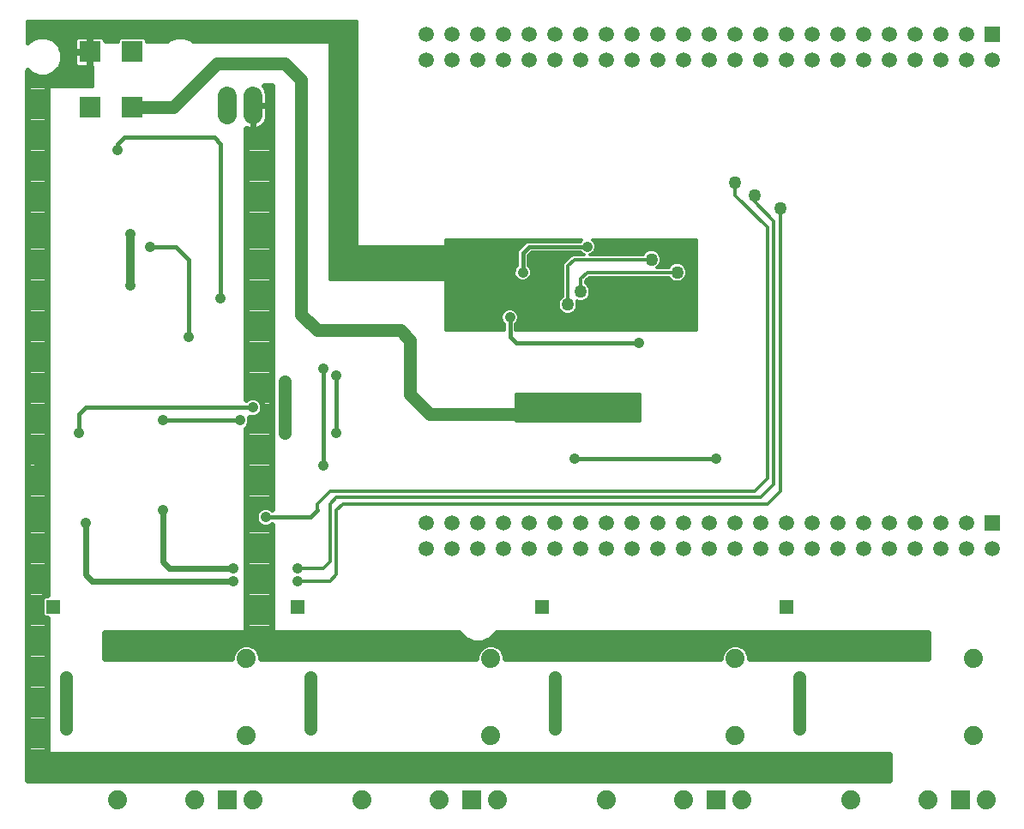
<source format=gbl>
G75*
%MOIN*%
%OFA0B0*%
%FSLAX25Y25*%
%IPPOS*%
%LPD*%
%AMOC8*
5,1,8,0,0,1.08239X$1,22.5*
%
%ADD10C,0.07400*%
%ADD11R,0.07400X0.07400*%
%ADD12C,0.07400*%
%ADD13R,0.05937X0.05937*%
%ADD14C,0.05937*%
%ADD15R,0.08268X0.08268*%
%ADD16C,0.04100*%
%ADD17C,0.02400*%
%ADD18C,0.01200*%
%ADD19C,0.05000*%
%ADD20C,0.01600*%
%ADD21C,0.05000*%
%ADD22C,0.03200*%
%ADD23R,0.05250X0.05250*%
D10*
X0081000Y0277550D02*
X0081000Y0284950D01*
X0091000Y0284950D02*
X0091000Y0277550D01*
D11*
X0081000Y0011250D03*
X0176000Y0011250D03*
X0271000Y0011250D03*
X0366000Y0011250D03*
D12*
X0353500Y0011250D03*
X0376000Y0011250D03*
X0371000Y0036250D03*
X0371000Y0066250D03*
X0323500Y0011250D03*
X0281000Y0011250D03*
X0258500Y0011250D03*
X0228500Y0011250D03*
X0186000Y0011250D03*
X0163500Y0011250D03*
X0133500Y0011250D03*
X0091000Y0011250D03*
X0068500Y0011250D03*
X0038500Y0011250D03*
X0088500Y0036250D03*
X0088500Y0066250D03*
X0183500Y0066250D03*
X0183500Y0036250D03*
X0278500Y0036250D03*
X0278500Y0066250D03*
D13*
X0378500Y0118750D03*
X0378500Y0308750D03*
D14*
X0368500Y0308750D03*
X0358500Y0308750D03*
X0348500Y0308750D03*
X0348500Y0298750D03*
X0358500Y0298750D03*
X0368500Y0298750D03*
X0378500Y0298750D03*
X0338500Y0298750D03*
X0328500Y0298750D03*
X0318500Y0298750D03*
X0308500Y0298750D03*
X0298500Y0298750D03*
X0298500Y0308750D03*
X0308500Y0308750D03*
X0318500Y0308750D03*
X0328500Y0308750D03*
X0338500Y0308750D03*
X0288500Y0308750D03*
X0278500Y0308750D03*
X0268500Y0308750D03*
X0258500Y0308750D03*
X0248500Y0308750D03*
X0238500Y0308750D03*
X0238500Y0298750D03*
X0248500Y0298750D03*
X0258500Y0298750D03*
X0268500Y0298750D03*
X0278500Y0298750D03*
X0288500Y0298750D03*
X0228500Y0298750D03*
X0218500Y0298750D03*
X0208500Y0298750D03*
X0198500Y0298750D03*
X0188500Y0298750D03*
X0188500Y0308750D03*
X0198500Y0308750D03*
X0208500Y0308750D03*
X0218500Y0308750D03*
X0228500Y0308750D03*
X0178500Y0308750D03*
X0168500Y0308750D03*
X0158500Y0308750D03*
X0158500Y0298750D03*
X0168500Y0298750D03*
X0178500Y0298750D03*
X0178500Y0118750D03*
X0168500Y0118750D03*
X0158500Y0118750D03*
X0158500Y0108750D03*
X0168500Y0108750D03*
X0178500Y0108750D03*
X0188500Y0108750D03*
X0198500Y0108750D03*
X0208500Y0108750D03*
X0218500Y0108750D03*
X0228500Y0108750D03*
X0228500Y0118750D03*
X0218500Y0118750D03*
X0208500Y0118750D03*
X0198500Y0118750D03*
X0188500Y0118750D03*
X0238500Y0118750D03*
X0248500Y0118750D03*
X0258500Y0118750D03*
X0268500Y0118750D03*
X0278500Y0118750D03*
X0288500Y0118750D03*
X0288500Y0108750D03*
X0278500Y0108750D03*
X0268500Y0108750D03*
X0258500Y0108750D03*
X0248500Y0108750D03*
X0238500Y0108750D03*
X0298500Y0108750D03*
X0308500Y0108750D03*
X0318500Y0108750D03*
X0328500Y0108750D03*
X0338500Y0108750D03*
X0338500Y0118750D03*
X0328500Y0118750D03*
X0318500Y0118750D03*
X0308500Y0118750D03*
X0298500Y0118750D03*
X0348500Y0118750D03*
X0358500Y0118750D03*
X0368500Y0118750D03*
X0368500Y0108750D03*
X0358500Y0108750D03*
X0348500Y0108750D03*
X0378500Y0108750D03*
D15*
X0044268Y0280423D03*
X0027732Y0280423D03*
X0027732Y0302077D03*
X0044268Y0302077D03*
D16*
X0038500Y0263750D03*
X0043500Y0231250D03*
X0051000Y0226250D03*
X0043500Y0211250D03*
X0066000Y0191250D03*
X0078500Y0206250D03*
X0118500Y0178750D03*
X0123500Y0176250D03*
X0103500Y0173750D03*
X0091000Y0163750D03*
X0086000Y0158750D03*
X0093500Y0151250D03*
X0103500Y0153750D03*
X0118500Y0141250D03*
X0123500Y0153750D03*
X0096000Y0121250D03*
X0083500Y0101250D03*
X0083500Y0096250D03*
X0108500Y0096250D03*
X0108500Y0101250D03*
X0133500Y0071250D03*
X0113500Y0058750D03*
X0113500Y0038750D03*
X0141000Y0023750D03*
X0208500Y0038750D03*
X0208500Y0058750D03*
X0228500Y0071250D03*
X0236000Y0023750D03*
X0303500Y0038750D03*
X0303500Y0058750D03*
X0323500Y0071250D03*
X0331000Y0023750D03*
X0271000Y0143750D03*
X0216000Y0143750D03*
X0241000Y0188750D03*
X0233500Y0196250D03*
X0223500Y0198750D03*
X0206000Y0198750D03*
X0191000Y0198750D03*
X0183500Y0198750D03*
X0168500Y0198750D03*
X0196000Y0216250D03*
X0221000Y0226250D03*
X0256000Y0198750D03*
X0056000Y0158750D03*
X0023500Y0153750D03*
X0056000Y0123750D03*
X0026000Y0118750D03*
X0038500Y0071250D03*
X0018500Y0058750D03*
X0018500Y0038750D03*
X0046000Y0023750D03*
D17*
X0003500Y0018750D02*
X0338500Y0018750D01*
X0338500Y0028750D01*
X0011000Y0028750D01*
X0011000Y0081716D01*
X0010084Y0081716D01*
X0008966Y0082834D01*
X0008966Y0089666D01*
X0010084Y0090784D01*
X0011000Y0090784D01*
X0011000Y0292243D01*
X0010837Y0292176D01*
X0007619Y0292176D01*
X0004646Y0293408D01*
X0003500Y0294553D01*
X0003500Y0018750D01*
X0003500Y0020438D02*
X0338500Y0020438D01*
X0338500Y0022837D02*
X0003500Y0022837D01*
X0003500Y0025235D02*
X0338500Y0025235D01*
X0338500Y0027634D02*
X0003500Y0027634D01*
X0003500Y0030032D02*
X0011000Y0030032D01*
X0011000Y0032431D02*
X0003500Y0032431D01*
X0003500Y0034829D02*
X0011000Y0034829D01*
X0011000Y0037228D02*
X0003500Y0037228D01*
X0003500Y0039626D02*
X0011000Y0039626D01*
X0011000Y0042025D02*
X0003500Y0042025D01*
X0003500Y0044423D02*
X0011000Y0044423D01*
X0011000Y0046822D02*
X0003500Y0046822D01*
X0003500Y0049220D02*
X0011000Y0049220D01*
X0011000Y0051619D02*
X0003500Y0051619D01*
X0003500Y0054017D02*
X0011000Y0054017D01*
X0011000Y0056416D02*
X0003500Y0056416D01*
X0003500Y0058814D02*
X0011000Y0058814D01*
X0011000Y0061213D02*
X0003500Y0061213D01*
X0003500Y0063611D02*
X0011000Y0063611D01*
X0011000Y0066010D02*
X0003500Y0066010D01*
X0003500Y0068408D02*
X0011000Y0068408D01*
X0011000Y0070807D02*
X0003500Y0070807D01*
X0003500Y0073205D02*
X0011000Y0073205D01*
X0011000Y0075604D02*
X0003500Y0075604D01*
X0003500Y0078002D02*
X0011000Y0078002D01*
X0011000Y0080401D02*
X0003500Y0080401D01*
X0003500Y0082799D02*
X0009001Y0082799D01*
X0008966Y0085198D02*
X0003500Y0085198D01*
X0003500Y0087596D02*
X0008966Y0087596D01*
X0009296Y0089995D02*
X0003500Y0089995D01*
X0003500Y0092393D02*
X0011000Y0092393D01*
X0011000Y0094792D02*
X0003500Y0094792D01*
X0003500Y0097190D02*
X0011000Y0097190D01*
X0011000Y0099589D02*
X0003500Y0099589D01*
X0003500Y0101987D02*
X0011000Y0101987D01*
X0011000Y0104386D02*
X0003500Y0104386D01*
X0003500Y0106784D02*
X0011000Y0106784D01*
X0011000Y0109183D02*
X0003500Y0109183D01*
X0003500Y0111582D02*
X0011000Y0111582D01*
X0011000Y0113980D02*
X0003500Y0113980D01*
X0003500Y0116379D02*
X0011000Y0116379D01*
X0011000Y0118777D02*
X0003500Y0118777D01*
X0003500Y0121176D02*
X0011000Y0121176D01*
X0011000Y0123574D02*
X0003500Y0123574D01*
X0003500Y0125973D02*
X0011000Y0125973D01*
X0011000Y0128371D02*
X0003500Y0128371D01*
X0003500Y0130770D02*
X0011000Y0130770D01*
X0011000Y0133168D02*
X0003500Y0133168D01*
X0003500Y0135567D02*
X0011000Y0135567D01*
X0011000Y0137965D02*
X0003500Y0137965D01*
X0003500Y0140364D02*
X0011000Y0140364D01*
X0011000Y0142762D02*
X0003500Y0142762D01*
X0003500Y0145161D02*
X0011000Y0145161D01*
X0011000Y0147559D02*
X0003500Y0147559D01*
X0003500Y0149958D02*
X0011000Y0149958D01*
X0011000Y0152356D02*
X0003500Y0152356D01*
X0003500Y0154755D02*
X0011000Y0154755D01*
X0011000Y0157153D02*
X0003500Y0157153D01*
X0003500Y0159552D02*
X0011000Y0159552D01*
X0011000Y0161950D02*
X0003500Y0161950D01*
X0003500Y0164349D02*
X0011000Y0164349D01*
X0011000Y0166747D02*
X0003500Y0166747D01*
X0003500Y0169146D02*
X0011000Y0169146D01*
X0011000Y0171544D02*
X0003500Y0171544D01*
X0003500Y0173943D02*
X0011000Y0173943D01*
X0011000Y0176341D02*
X0003500Y0176341D01*
X0003500Y0178740D02*
X0011000Y0178740D01*
X0011000Y0181138D02*
X0003500Y0181138D01*
X0003500Y0183537D02*
X0011000Y0183537D01*
X0011000Y0185935D02*
X0003500Y0185935D01*
X0003500Y0188334D02*
X0011000Y0188334D01*
X0011000Y0190732D02*
X0003500Y0190732D01*
X0003500Y0193131D02*
X0011000Y0193131D01*
X0011000Y0195529D02*
X0003500Y0195529D01*
X0003500Y0197928D02*
X0011000Y0197928D01*
X0011000Y0200326D02*
X0003500Y0200326D01*
X0003500Y0202725D02*
X0011000Y0202725D01*
X0011000Y0205123D02*
X0003500Y0205123D01*
X0003500Y0207522D02*
X0011000Y0207522D01*
X0011000Y0209920D02*
X0003500Y0209920D01*
X0003500Y0212319D02*
X0011000Y0212319D01*
X0011000Y0214718D02*
X0003500Y0214718D01*
X0003500Y0217116D02*
X0011000Y0217116D01*
X0011000Y0219515D02*
X0003500Y0219515D01*
X0003500Y0221913D02*
X0011000Y0221913D01*
X0011000Y0224312D02*
X0003500Y0224312D01*
X0003500Y0226710D02*
X0011000Y0226710D01*
X0011000Y0229109D02*
X0003500Y0229109D01*
X0003500Y0231507D02*
X0011000Y0231507D01*
X0011000Y0233906D02*
X0003500Y0233906D01*
X0003500Y0236304D02*
X0011000Y0236304D01*
X0011000Y0238703D02*
X0003500Y0238703D01*
X0003500Y0241101D02*
X0011000Y0241101D01*
X0011000Y0243500D02*
X0003500Y0243500D01*
X0003500Y0245898D02*
X0011000Y0245898D01*
X0011000Y0248297D02*
X0003500Y0248297D01*
X0003500Y0250695D02*
X0011000Y0250695D01*
X0011000Y0253094D02*
X0003500Y0253094D01*
X0003500Y0255492D02*
X0011000Y0255492D01*
X0011000Y0257891D02*
X0003500Y0257891D01*
X0003500Y0260289D02*
X0011000Y0260289D01*
X0011000Y0262688D02*
X0003500Y0262688D01*
X0003500Y0265086D02*
X0011000Y0265086D01*
X0011000Y0267485D02*
X0003500Y0267485D01*
X0003500Y0269883D02*
X0011000Y0269883D01*
X0011000Y0272282D02*
X0003500Y0272282D01*
X0003500Y0274680D02*
X0011000Y0274680D01*
X0011000Y0277079D02*
X0003500Y0277079D01*
X0003500Y0279477D02*
X0011000Y0279477D01*
X0011000Y0281876D02*
X0003500Y0281876D01*
X0003500Y0284274D02*
X0011000Y0284274D01*
X0011000Y0286673D02*
X0003500Y0286673D01*
X0003500Y0289071D02*
X0011000Y0289071D01*
X0011000Y0291470D02*
X0003500Y0291470D01*
X0003500Y0293868D02*
X0004185Y0293868D01*
X0088500Y0272202D02*
X0088735Y0272082D01*
X0089618Y0271795D01*
X0090536Y0271650D01*
X0091000Y0271650D01*
X0091464Y0271650D01*
X0092382Y0271795D01*
X0093265Y0272082D01*
X0094092Y0272504D01*
X0094844Y0273050D01*
X0095500Y0273706D01*
X0096046Y0274458D01*
X0096468Y0275285D01*
X0096755Y0276168D01*
X0096900Y0277086D01*
X0096900Y0281250D01*
X0096900Y0285414D01*
X0096755Y0286332D01*
X0096468Y0287215D01*
X0096046Y0288042D01*
X0095532Y0288750D01*
X0098500Y0288750D01*
X0098500Y0124348D01*
X0098242Y0124606D01*
X0096787Y0125209D01*
X0095213Y0125209D01*
X0093758Y0124606D01*
X0092644Y0123492D01*
X0092041Y0122037D01*
X0092041Y0120463D01*
X0092644Y0119008D01*
X0093758Y0117894D01*
X0095213Y0117291D01*
X0096787Y0117291D01*
X0098242Y0117894D01*
X0098500Y0118152D01*
X0098500Y0076250D01*
X0171110Y0076250D01*
X0171577Y0075441D01*
X0171577Y0075441D01*
X0171577Y0075441D01*
X0171110Y0076250D01*
X0033500Y0076250D01*
X0088500Y0076250D01*
X0088500Y0155652D01*
X0089356Y0156508D01*
X0089959Y0157963D01*
X0089959Y0159537D01*
X0089779Y0159971D01*
X0090213Y0159791D01*
X0091787Y0159791D01*
X0093242Y0160394D01*
X0094356Y0161508D01*
X0094959Y0162963D01*
X0094959Y0164537D01*
X0094356Y0165992D01*
X0093242Y0167106D01*
X0091787Y0167709D01*
X0090213Y0167709D01*
X0088758Y0167106D01*
X0088500Y0166848D01*
X0088500Y0272202D01*
X0088500Y0269883D02*
X0098500Y0269883D01*
X0098500Y0267485D02*
X0088500Y0267485D01*
X0088500Y0265086D02*
X0098500Y0265086D01*
X0098500Y0262688D02*
X0088500Y0262688D01*
X0088500Y0260289D02*
X0098500Y0260289D01*
X0098500Y0257891D02*
X0088500Y0257891D01*
X0088500Y0255492D02*
X0098500Y0255492D01*
X0098500Y0253094D02*
X0088500Y0253094D01*
X0088500Y0250695D02*
X0098500Y0250695D01*
X0098500Y0248297D02*
X0088500Y0248297D01*
X0088500Y0245898D02*
X0098500Y0245898D01*
X0098500Y0243500D02*
X0088500Y0243500D01*
X0088500Y0241101D02*
X0098500Y0241101D01*
X0098500Y0238703D02*
X0088500Y0238703D01*
X0088500Y0236304D02*
X0098500Y0236304D01*
X0098500Y0233906D02*
X0088500Y0233906D01*
X0088500Y0231507D02*
X0098500Y0231507D01*
X0098500Y0229109D02*
X0088500Y0229109D01*
X0088500Y0226710D02*
X0098500Y0226710D01*
X0098500Y0224312D02*
X0088500Y0224312D01*
X0088500Y0221913D02*
X0098500Y0221913D01*
X0098500Y0219515D02*
X0088500Y0219515D01*
X0088500Y0217116D02*
X0098500Y0217116D01*
X0098500Y0214718D02*
X0088500Y0214718D01*
X0088500Y0212319D02*
X0098500Y0212319D01*
X0098500Y0209920D02*
X0088500Y0209920D01*
X0088500Y0207522D02*
X0098500Y0207522D01*
X0098500Y0205123D02*
X0088500Y0205123D01*
X0088500Y0202725D02*
X0098500Y0202725D01*
X0098500Y0200326D02*
X0088500Y0200326D01*
X0088500Y0197928D02*
X0098500Y0197928D01*
X0098500Y0195529D02*
X0088500Y0195529D01*
X0088500Y0193131D02*
X0098500Y0193131D01*
X0098500Y0190732D02*
X0088500Y0190732D01*
X0088500Y0188334D02*
X0098500Y0188334D01*
X0098500Y0185935D02*
X0088500Y0185935D01*
X0088500Y0183537D02*
X0098500Y0183537D01*
X0098500Y0181138D02*
X0088500Y0181138D01*
X0088500Y0178740D02*
X0098500Y0178740D01*
X0098500Y0176341D02*
X0088500Y0176341D01*
X0088500Y0173943D02*
X0098500Y0173943D01*
X0098500Y0171544D02*
X0088500Y0171544D01*
X0088500Y0169146D02*
X0098500Y0169146D01*
X0098500Y0166747D02*
X0093601Y0166747D01*
X0094959Y0164349D02*
X0098500Y0164349D01*
X0098500Y0161950D02*
X0094539Y0161950D01*
X0098500Y0159552D02*
X0089953Y0159552D01*
X0089623Y0157153D02*
X0098500Y0157153D01*
X0098500Y0154755D02*
X0088500Y0154755D01*
X0088500Y0152356D02*
X0098500Y0152356D01*
X0098500Y0149958D02*
X0088500Y0149958D01*
X0088500Y0147559D02*
X0098500Y0147559D01*
X0098500Y0145161D02*
X0088500Y0145161D01*
X0088500Y0142762D02*
X0098500Y0142762D01*
X0098500Y0140364D02*
X0088500Y0140364D01*
X0088500Y0137965D02*
X0098500Y0137965D01*
X0098500Y0135567D02*
X0088500Y0135567D01*
X0088500Y0133168D02*
X0098500Y0133168D01*
X0098500Y0130770D02*
X0088500Y0130770D01*
X0088500Y0128371D02*
X0098500Y0128371D01*
X0098500Y0125973D02*
X0088500Y0125973D01*
X0088500Y0123574D02*
X0092726Y0123574D01*
X0092041Y0121176D02*
X0088500Y0121176D01*
X0088500Y0118777D02*
X0092875Y0118777D01*
X0088500Y0116379D02*
X0098500Y0116379D01*
X0098500Y0113980D02*
X0088500Y0113980D01*
X0088500Y0111582D02*
X0098500Y0111582D01*
X0098500Y0109183D02*
X0088500Y0109183D01*
X0088500Y0106784D02*
X0098500Y0106784D01*
X0098500Y0104386D02*
X0088500Y0104386D01*
X0088500Y0101987D02*
X0098500Y0101987D01*
X0098500Y0099589D02*
X0088500Y0099589D01*
X0088500Y0097190D02*
X0098500Y0097190D01*
X0098500Y0094792D02*
X0088500Y0094792D01*
X0088500Y0092393D02*
X0098500Y0092393D01*
X0098500Y0089995D02*
X0088500Y0089995D01*
X0088500Y0087596D02*
X0098500Y0087596D01*
X0098500Y0085198D02*
X0088500Y0085198D01*
X0088500Y0082799D02*
X0098500Y0082799D01*
X0098500Y0080401D02*
X0088500Y0080401D01*
X0088500Y0078002D02*
X0098500Y0078002D01*
X0091677Y0071005D02*
X0089616Y0071859D01*
X0087384Y0071859D01*
X0085323Y0071005D01*
X0083745Y0069427D01*
X0082891Y0067366D01*
X0082891Y0066250D01*
X0033500Y0066250D01*
X0033500Y0076250D01*
X0033500Y0066250D01*
X0082891Y0066250D01*
X0082891Y0067366D01*
X0083745Y0069427D01*
X0085323Y0071005D01*
X0087384Y0071859D01*
X0089616Y0071859D01*
X0091677Y0071005D01*
X0093255Y0069427D01*
X0094109Y0067366D01*
X0094109Y0066250D01*
X0177891Y0066250D01*
X0177891Y0067366D01*
X0178745Y0069427D01*
X0180323Y0071005D01*
X0182384Y0071859D01*
X0184616Y0071859D01*
X0186677Y0071005D01*
X0188255Y0069427D01*
X0189109Y0067366D01*
X0189109Y0066250D01*
X0272891Y0066250D01*
X0272891Y0067366D01*
X0273745Y0069427D01*
X0275323Y0071005D01*
X0277384Y0071859D01*
X0279616Y0071859D01*
X0281677Y0071005D01*
X0283255Y0069427D01*
X0284109Y0067366D01*
X0284109Y0066250D01*
X0353500Y0066250D01*
X0353500Y0076250D01*
X0185890Y0076250D01*
X0185423Y0075441D01*
X0185423Y0075441D01*
X0185423Y0075441D01*
X0185890Y0076250D01*
X0353500Y0076250D01*
X0353500Y0066250D01*
X0284109Y0066250D01*
X0284109Y0067366D01*
X0283255Y0069427D01*
X0281677Y0071005D01*
X0279616Y0071859D01*
X0277384Y0071859D01*
X0275323Y0071005D01*
X0273745Y0069427D01*
X0272891Y0067366D01*
X0272891Y0066250D01*
X0189109Y0066250D01*
X0189109Y0067366D01*
X0188255Y0069427D01*
X0186677Y0071005D01*
X0184616Y0071859D01*
X0182384Y0071859D01*
X0180323Y0071005D01*
X0178745Y0069427D01*
X0177891Y0067366D01*
X0177891Y0066250D01*
X0094109Y0066250D01*
X0094109Y0067366D01*
X0093255Y0069427D01*
X0091677Y0071005D01*
X0091875Y0070807D02*
X0180125Y0070807D01*
X0091875Y0070807D01*
X0093677Y0068408D02*
X0178323Y0068408D01*
X0093677Y0068408D01*
X0085125Y0070807D02*
X0033500Y0070807D01*
X0085125Y0070807D01*
X0083323Y0068408D02*
X0033500Y0068408D01*
X0083323Y0068408D01*
X0083500Y0096250D02*
X0028500Y0096250D01*
X0026000Y0098750D01*
X0026000Y0118750D01*
X0056000Y0123750D02*
X0056000Y0103750D01*
X0058500Y0101250D01*
X0083500Y0101250D01*
X0033500Y0075604D02*
X0171483Y0075604D01*
X0033500Y0075604D01*
X0033500Y0073205D02*
X0174581Y0073205D01*
X0033500Y0073205D01*
X0171577Y0075441D02*
X0173981Y0073423D01*
X0176931Y0072350D01*
X0180069Y0072350D01*
X0183019Y0073423D01*
X0185423Y0075441D01*
X0185423Y0075441D01*
X0185423Y0075441D01*
X0183019Y0073423D01*
X0183019Y0073423D01*
X0183019Y0073423D01*
X0180069Y0072350D01*
X0176931Y0072350D01*
X0173981Y0073423D01*
X0173981Y0073423D01*
X0173981Y0073423D01*
X0171577Y0075441D01*
X0182419Y0073205D02*
X0353500Y0073205D01*
X0182419Y0073205D01*
X0185517Y0075604D02*
X0353500Y0075604D01*
X0185517Y0075604D01*
X0186875Y0070807D02*
X0275125Y0070807D01*
X0186875Y0070807D01*
X0188677Y0068408D02*
X0273323Y0068408D01*
X0188677Y0068408D01*
X0281875Y0070807D02*
X0353500Y0070807D01*
X0281875Y0070807D01*
X0283677Y0068408D02*
X0353500Y0068408D01*
X0283677Y0068408D01*
X0098500Y0272282D02*
X0093656Y0272282D01*
X0091000Y0272282D02*
X0091000Y0272282D01*
X0091000Y0271650D02*
X0091000Y0281250D01*
X0096900Y0281250D01*
X0091000Y0281250D01*
X0091000Y0281250D01*
X0091000Y0281250D01*
X0091000Y0271650D01*
X0091000Y0274680D02*
X0091000Y0274680D01*
X0091000Y0277079D02*
X0091000Y0277079D01*
X0091000Y0279477D02*
X0091000Y0279477D01*
X0096160Y0274680D02*
X0098500Y0274680D01*
X0098500Y0277079D02*
X0096899Y0277079D01*
X0096900Y0279477D02*
X0098500Y0279477D01*
X0098500Y0281876D02*
X0096900Y0281876D01*
X0096900Y0284274D02*
X0098500Y0284274D01*
X0098500Y0286673D02*
X0096644Y0286673D01*
D18*
X0166000Y0228750D02*
X0218750Y0228750D01*
X0218359Y0228359D01*
X0197627Y0228359D01*
X0195127Y0225859D01*
X0193891Y0224623D01*
X0193891Y0218891D01*
X0193153Y0218153D01*
X0192641Y0216918D01*
X0192641Y0215582D01*
X0193153Y0214347D01*
X0194097Y0213403D01*
X0195332Y0212891D01*
X0196668Y0212891D01*
X0197903Y0213403D01*
X0198847Y0214347D01*
X0199359Y0215582D01*
X0199359Y0216918D01*
X0198847Y0218153D01*
X0198109Y0218891D01*
X0198109Y0222877D01*
X0199373Y0224141D01*
X0218359Y0224141D01*
X0219097Y0223403D01*
X0219687Y0223159D01*
X0215209Y0223159D01*
X0214091Y0222041D01*
X0214091Y0222041D01*
X0211591Y0219541D01*
X0211591Y0207082D01*
X0211343Y0206979D01*
X0210271Y0205907D01*
X0209691Y0204508D01*
X0209691Y0202992D01*
X0210271Y0201593D01*
X0211343Y0200521D01*
X0212742Y0199941D01*
X0214258Y0199941D01*
X0215657Y0200521D01*
X0216729Y0201593D01*
X0217309Y0202992D01*
X0217309Y0204508D01*
X0217002Y0205248D01*
X0217742Y0204941D01*
X0219258Y0204941D01*
X0220657Y0205521D01*
X0221729Y0206593D01*
X0222309Y0207992D01*
X0222309Y0209508D01*
X0221729Y0210907D01*
X0220657Y0211979D01*
X0220409Y0212082D01*
X0220409Y0212959D01*
X0221791Y0214341D01*
X0252668Y0214341D01*
X0252771Y0214093D01*
X0253843Y0213021D01*
X0255242Y0212441D01*
X0256758Y0212441D01*
X0258157Y0213021D01*
X0259229Y0214093D01*
X0259809Y0215492D01*
X0259809Y0217008D01*
X0259229Y0218407D01*
X0258157Y0219479D01*
X0256758Y0220059D01*
X0255242Y0220059D01*
X0253843Y0219479D01*
X0252771Y0218407D01*
X0252668Y0218159D01*
X0248295Y0218159D01*
X0249229Y0219093D01*
X0249809Y0220492D01*
X0249809Y0222008D01*
X0249229Y0223407D01*
X0248157Y0224479D01*
X0246758Y0225059D01*
X0245242Y0225059D01*
X0243843Y0224479D01*
X0242771Y0223407D01*
X0242668Y0223159D01*
X0222313Y0223159D01*
X0222903Y0223403D01*
X0223847Y0224347D01*
X0224359Y0225582D01*
X0224359Y0226918D01*
X0223847Y0228153D01*
X0223250Y0228750D01*
X0263500Y0228750D01*
X0263500Y0193750D01*
X0193109Y0193750D01*
X0193109Y0196109D01*
X0193847Y0196847D01*
X0194359Y0198082D01*
X0194359Y0199418D01*
X0193847Y0200653D01*
X0192903Y0201597D01*
X0191668Y0202109D01*
X0190332Y0202109D01*
X0189097Y0201597D01*
X0188153Y0200653D01*
X0187641Y0199418D01*
X0187641Y0198082D01*
X0188153Y0196847D01*
X0188891Y0196109D01*
X0188891Y0193750D01*
X0166000Y0193750D01*
X0166000Y0228750D01*
X0166000Y0227769D02*
X0197037Y0227769D01*
X0195838Y0226570D02*
X0166000Y0226570D01*
X0166000Y0225372D02*
X0194640Y0225372D01*
X0193891Y0224173D02*
X0166000Y0224173D01*
X0166000Y0222975D02*
X0193891Y0222975D01*
X0193891Y0221776D02*
X0166000Y0221776D01*
X0166000Y0220578D02*
X0193891Y0220578D01*
X0193891Y0219379D02*
X0166000Y0219379D01*
X0166000Y0218181D02*
X0193181Y0218181D01*
X0192668Y0216982D02*
X0166000Y0216982D01*
X0166000Y0215784D02*
X0192641Y0215784D01*
X0193054Y0214585D02*
X0166000Y0214585D01*
X0166000Y0213387D02*
X0194136Y0213387D01*
X0197864Y0213387D02*
X0211591Y0213387D01*
X0211591Y0214585D02*
X0198946Y0214585D01*
X0199359Y0215784D02*
X0211591Y0215784D01*
X0211591Y0216982D02*
X0199332Y0216982D01*
X0198819Y0218181D02*
X0211591Y0218181D01*
X0211591Y0219379D02*
X0198109Y0219379D01*
X0198109Y0220578D02*
X0212628Y0220578D01*
X0213827Y0221776D02*
X0198109Y0221776D01*
X0198207Y0222975D02*
X0215025Y0222975D01*
X0216000Y0221250D02*
X0213500Y0218750D01*
X0213500Y0203750D01*
X0217309Y0203798D02*
X0263500Y0203798D01*
X0263500Y0202600D02*
X0217146Y0202600D01*
X0216538Y0201401D02*
X0263500Y0201401D01*
X0263500Y0200203D02*
X0214889Y0200203D01*
X0212111Y0200203D02*
X0194034Y0200203D01*
X0194359Y0199004D02*
X0263500Y0199004D01*
X0263500Y0197806D02*
X0194244Y0197806D01*
X0193607Y0196607D02*
X0263500Y0196607D01*
X0263500Y0195409D02*
X0193109Y0195409D01*
X0193109Y0194210D02*
X0263500Y0194210D01*
X0263500Y0204997D02*
X0219392Y0204997D01*
X0217608Y0204997D02*
X0217106Y0204997D01*
X0218500Y0208750D02*
X0218500Y0213750D01*
X0221000Y0216250D01*
X0256000Y0216250D01*
X0259433Y0214585D02*
X0263500Y0214585D01*
X0263500Y0213387D02*
X0258523Y0213387D01*
X0259809Y0215784D02*
X0263500Y0215784D01*
X0263500Y0216982D02*
X0259809Y0216982D01*
X0259323Y0218181D02*
X0263500Y0218181D01*
X0263500Y0219379D02*
X0258257Y0219379D01*
X0253743Y0219379D02*
X0249347Y0219379D01*
X0249809Y0220578D02*
X0263500Y0220578D01*
X0263500Y0221776D02*
X0249809Y0221776D01*
X0249408Y0222975D02*
X0263500Y0222975D01*
X0263500Y0224173D02*
X0248463Y0224173D01*
X0246000Y0221250D02*
X0216000Y0221250D01*
X0223673Y0224173D02*
X0243537Y0224173D01*
X0248317Y0218181D02*
X0252677Y0218181D01*
X0253477Y0213387D02*
X0220836Y0213387D01*
X0220409Y0212188D02*
X0263500Y0212188D01*
X0263500Y0210989D02*
X0221647Y0210989D01*
X0222191Y0209791D02*
X0263500Y0209791D01*
X0263500Y0208592D02*
X0222309Y0208592D01*
X0222061Y0207394D02*
X0263500Y0207394D01*
X0263500Y0206195D02*
X0221332Y0206195D01*
X0211591Y0207394D02*
X0166000Y0207394D01*
X0166000Y0208592D02*
X0211591Y0208592D01*
X0211591Y0209791D02*
X0166000Y0209791D01*
X0166000Y0210989D02*
X0211591Y0210989D01*
X0211591Y0212188D02*
X0166000Y0212188D01*
X0166000Y0206195D02*
X0210559Y0206195D01*
X0209894Y0204997D02*
X0166000Y0204997D01*
X0166000Y0203798D02*
X0209691Y0203798D01*
X0209854Y0202600D02*
X0166000Y0202600D01*
X0166000Y0201401D02*
X0188902Y0201401D01*
X0187966Y0200203D02*
X0166000Y0200203D01*
X0166000Y0199004D02*
X0187641Y0199004D01*
X0187756Y0197806D02*
X0166000Y0197806D01*
X0166000Y0196607D02*
X0188393Y0196607D01*
X0188891Y0195409D02*
X0166000Y0195409D01*
X0166000Y0194210D02*
X0188891Y0194210D01*
X0193098Y0201401D02*
X0210462Y0201401D01*
X0224272Y0225372D02*
X0263500Y0225372D01*
X0263500Y0226570D02*
X0224359Y0226570D01*
X0224006Y0227769D02*
X0263500Y0227769D01*
X0286000Y0243750D02*
X0286000Y0246250D01*
X0286000Y0243750D02*
X0293500Y0236250D01*
X0293500Y0133750D01*
X0288500Y0128750D01*
X0123500Y0128750D01*
X0121000Y0126250D01*
X0121000Y0103750D01*
X0118500Y0101250D01*
X0108500Y0101250D01*
X0108500Y0096250D02*
X0121000Y0096250D01*
X0123500Y0098750D01*
X0123500Y0123750D01*
X0126000Y0126250D01*
X0291000Y0126250D01*
X0296000Y0131250D01*
X0296000Y0241250D01*
X0291000Y0233750D02*
X0278500Y0246250D01*
X0278500Y0251250D01*
X0291000Y0233750D02*
X0291000Y0136250D01*
X0286000Y0131250D01*
X0121000Y0131250D01*
X0116000Y0126250D01*
X0116000Y0123750D01*
D19*
X0196000Y0163750D03*
X0238500Y0163750D03*
X0213500Y0203750D03*
X0218500Y0208750D03*
X0246000Y0221250D03*
X0256000Y0216250D03*
X0286000Y0246250D03*
X0278500Y0251250D03*
X0296000Y0241250D03*
X0008500Y0141250D03*
D20*
X0023500Y0153750D02*
X0023500Y0161250D01*
X0026000Y0163750D01*
X0091000Y0163750D01*
X0086000Y0158750D02*
X0056000Y0158750D01*
X0066000Y0191250D02*
X0066000Y0221250D01*
X0061000Y0226250D01*
X0051000Y0226250D01*
X0078500Y0206250D02*
X0078500Y0266250D01*
X0076000Y0268750D01*
X0041000Y0268750D01*
X0038500Y0266250D01*
X0038500Y0263750D01*
X0028500Y0288750D02*
X0003500Y0288750D01*
X0003500Y0295119D01*
X0004872Y0293747D01*
X0007699Y0292576D01*
X0010758Y0292576D01*
X0013584Y0293747D01*
X0015747Y0295910D01*
X0016918Y0298736D01*
X0016918Y0301795D01*
X0015747Y0304622D01*
X0013584Y0306785D01*
X0010758Y0307955D01*
X0007699Y0307955D01*
X0004872Y0306785D01*
X0003500Y0305412D01*
X0003500Y0313750D01*
X0131000Y0313750D01*
X0131000Y0226250D01*
X0173500Y0226250D01*
X0173500Y0213750D01*
X0121000Y0213750D01*
X0121000Y0306250D01*
X0067662Y0306250D01*
X0067128Y0306785D01*
X0064301Y0307955D01*
X0061242Y0307955D01*
X0058416Y0306785D01*
X0057881Y0306250D01*
X0049910Y0306250D01*
X0049910Y0306836D01*
X0049026Y0307719D01*
X0039509Y0307719D01*
X0038625Y0306836D01*
X0038625Y0306250D01*
X0033666Y0306250D01*
X0033666Y0306448D01*
X0033543Y0306905D01*
X0033306Y0307316D01*
X0032971Y0307651D01*
X0032561Y0307888D01*
X0032103Y0308011D01*
X0028310Y0308011D01*
X0028310Y0302655D01*
X0027154Y0302655D01*
X0027154Y0308011D01*
X0023361Y0308011D01*
X0022904Y0307888D01*
X0022493Y0307651D01*
X0022158Y0307316D01*
X0021921Y0306905D01*
X0021798Y0306448D01*
X0021798Y0302655D01*
X0027154Y0302655D01*
X0027154Y0301499D01*
X0021798Y0301499D01*
X0021798Y0297706D01*
X0021921Y0297248D01*
X0022158Y0296838D01*
X0022493Y0296503D01*
X0022904Y0296266D01*
X0023361Y0296143D01*
X0027154Y0296143D01*
X0027154Y0301499D01*
X0028310Y0301499D01*
X0028310Y0296143D01*
X0028500Y0296143D01*
X0028500Y0288750D01*
X0028500Y0288982D02*
X0003500Y0288982D01*
X0003500Y0290581D02*
X0028500Y0290581D01*
X0028500Y0292179D02*
X0003500Y0292179D01*
X0003500Y0293778D02*
X0004842Y0293778D01*
X0013615Y0293778D02*
X0028500Y0293778D01*
X0028500Y0295376D02*
X0015214Y0295376D01*
X0016188Y0296975D02*
X0022079Y0296975D01*
X0021798Y0298573D02*
X0016851Y0298573D01*
X0016918Y0300172D02*
X0021798Y0300172D01*
X0021798Y0303369D02*
X0016266Y0303369D01*
X0016918Y0301770D02*
X0027154Y0301770D01*
X0027154Y0300172D02*
X0028310Y0300172D01*
X0028310Y0298573D02*
X0027154Y0298573D01*
X0027154Y0296975D02*
X0028310Y0296975D01*
X0028310Y0303369D02*
X0027154Y0303369D01*
X0027154Y0304967D02*
X0028310Y0304967D01*
X0028310Y0306566D02*
X0027154Y0306566D01*
X0021830Y0306566D02*
X0013803Y0306566D01*
X0015402Y0304967D02*
X0021798Y0304967D01*
X0033634Y0306566D02*
X0038625Y0306566D01*
X0049910Y0306566D02*
X0058197Y0306566D01*
X0067347Y0306566D02*
X0131000Y0306566D01*
X0131000Y0308164D02*
X0003500Y0308164D01*
X0003500Y0306566D02*
X0004653Y0306566D01*
X0003500Y0309763D02*
X0131000Y0309763D01*
X0131000Y0311361D02*
X0003500Y0311361D01*
X0003500Y0312960D02*
X0131000Y0312960D01*
X0131000Y0304967D02*
X0121000Y0304967D01*
X0121000Y0303369D02*
X0131000Y0303369D01*
X0131000Y0301770D02*
X0121000Y0301770D01*
X0121000Y0300172D02*
X0131000Y0300172D01*
X0131000Y0298573D02*
X0121000Y0298573D01*
X0121000Y0296975D02*
X0131000Y0296975D01*
X0131000Y0295376D02*
X0121000Y0295376D01*
X0121000Y0293778D02*
X0131000Y0293778D01*
X0131000Y0292179D02*
X0121000Y0292179D01*
X0121000Y0290581D02*
X0131000Y0290581D01*
X0131000Y0288982D02*
X0121000Y0288982D01*
X0121000Y0287384D02*
X0131000Y0287384D01*
X0131000Y0285785D02*
X0121000Y0285785D01*
X0121000Y0284187D02*
X0131000Y0284187D01*
X0131000Y0282588D02*
X0121000Y0282588D01*
X0121000Y0280989D02*
X0131000Y0280989D01*
X0131000Y0279391D02*
X0121000Y0279391D01*
X0121000Y0277792D02*
X0131000Y0277792D01*
X0131000Y0276194D02*
X0121000Y0276194D01*
X0121000Y0274595D02*
X0131000Y0274595D01*
X0131000Y0272997D02*
X0121000Y0272997D01*
X0121000Y0271398D02*
X0131000Y0271398D01*
X0131000Y0269800D02*
X0121000Y0269800D01*
X0121000Y0268201D02*
X0131000Y0268201D01*
X0131000Y0266603D02*
X0121000Y0266603D01*
X0121000Y0265004D02*
X0131000Y0265004D01*
X0131000Y0263406D02*
X0121000Y0263406D01*
X0121000Y0261807D02*
X0131000Y0261807D01*
X0131000Y0260209D02*
X0121000Y0260209D01*
X0121000Y0258610D02*
X0131000Y0258610D01*
X0131000Y0257012D02*
X0121000Y0257012D01*
X0121000Y0255413D02*
X0131000Y0255413D01*
X0131000Y0253815D02*
X0121000Y0253815D01*
X0121000Y0252216D02*
X0131000Y0252216D01*
X0131000Y0250618D02*
X0121000Y0250618D01*
X0121000Y0249019D02*
X0131000Y0249019D01*
X0131000Y0247421D02*
X0121000Y0247421D01*
X0121000Y0245822D02*
X0131000Y0245822D01*
X0131000Y0244224D02*
X0121000Y0244224D01*
X0121000Y0242625D02*
X0131000Y0242625D01*
X0131000Y0241027D02*
X0121000Y0241027D01*
X0121000Y0239428D02*
X0131000Y0239428D01*
X0131000Y0237830D02*
X0121000Y0237830D01*
X0121000Y0236231D02*
X0131000Y0236231D01*
X0131000Y0234633D02*
X0121000Y0234633D01*
X0121000Y0233034D02*
X0131000Y0233034D01*
X0131000Y0231436D02*
X0121000Y0231436D01*
X0121000Y0229837D02*
X0131000Y0229837D01*
X0131000Y0228239D02*
X0121000Y0228239D01*
X0121000Y0226640D02*
X0131000Y0226640D01*
X0121000Y0225042D02*
X0173500Y0225042D01*
X0173500Y0223443D02*
X0121000Y0223443D01*
X0121000Y0221845D02*
X0173500Y0221845D01*
X0173500Y0220246D02*
X0121000Y0220246D01*
X0121000Y0218648D02*
X0173500Y0218648D01*
X0173500Y0217049D02*
X0121000Y0217049D01*
X0121000Y0215451D02*
X0173500Y0215451D01*
X0173500Y0213852D02*
X0121000Y0213852D01*
X0118500Y0178750D02*
X0118500Y0141250D01*
X0123500Y0153750D02*
X0123500Y0176250D01*
X0191000Y0191250D02*
X0193500Y0188750D01*
X0241000Y0188750D01*
X0241000Y0168750D02*
X0193500Y0168750D01*
X0193500Y0158750D01*
X0241000Y0158750D01*
X0241000Y0168750D01*
X0241000Y0167495D02*
X0193500Y0167495D01*
X0193500Y0165897D02*
X0241000Y0165897D01*
X0241000Y0164298D02*
X0193500Y0164298D01*
X0193500Y0162700D02*
X0241000Y0162700D01*
X0241000Y0161101D02*
X0193500Y0161101D01*
X0193500Y0159503D02*
X0241000Y0159503D01*
X0216000Y0143750D02*
X0271000Y0143750D01*
X0191000Y0191250D02*
X0191000Y0198750D01*
X0196000Y0216250D02*
X0196000Y0223750D01*
X0198500Y0226250D01*
X0221000Y0226250D01*
X0116000Y0123750D02*
X0113500Y0121250D01*
X0096000Y0121250D01*
D21*
X0103500Y0153750D02*
X0103500Y0173750D01*
X0116000Y0193750D02*
X0148500Y0193750D01*
X0152250Y0190000D01*
X0152250Y0168750D01*
X0159750Y0161250D01*
X0193500Y0161250D01*
X0196000Y0163750D01*
X0116000Y0193750D02*
X0109750Y0200000D01*
X0109750Y0291250D01*
X0103500Y0297500D01*
X0077250Y0297500D01*
X0060173Y0280423D01*
X0044268Y0280423D01*
X0018500Y0058750D02*
X0018500Y0038750D01*
X0113500Y0038750D02*
X0113500Y0058750D01*
X0208500Y0058750D02*
X0208500Y0038750D01*
X0303500Y0038750D02*
X0303500Y0058750D01*
D22*
X0043500Y0211250D02*
X0043500Y0231250D01*
D23*
X0013500Y0086250D03*
X0108500Y0086250D03*
X0203500Y0086250D03*
X0298500Y0086250D03*
M02*

</source>
